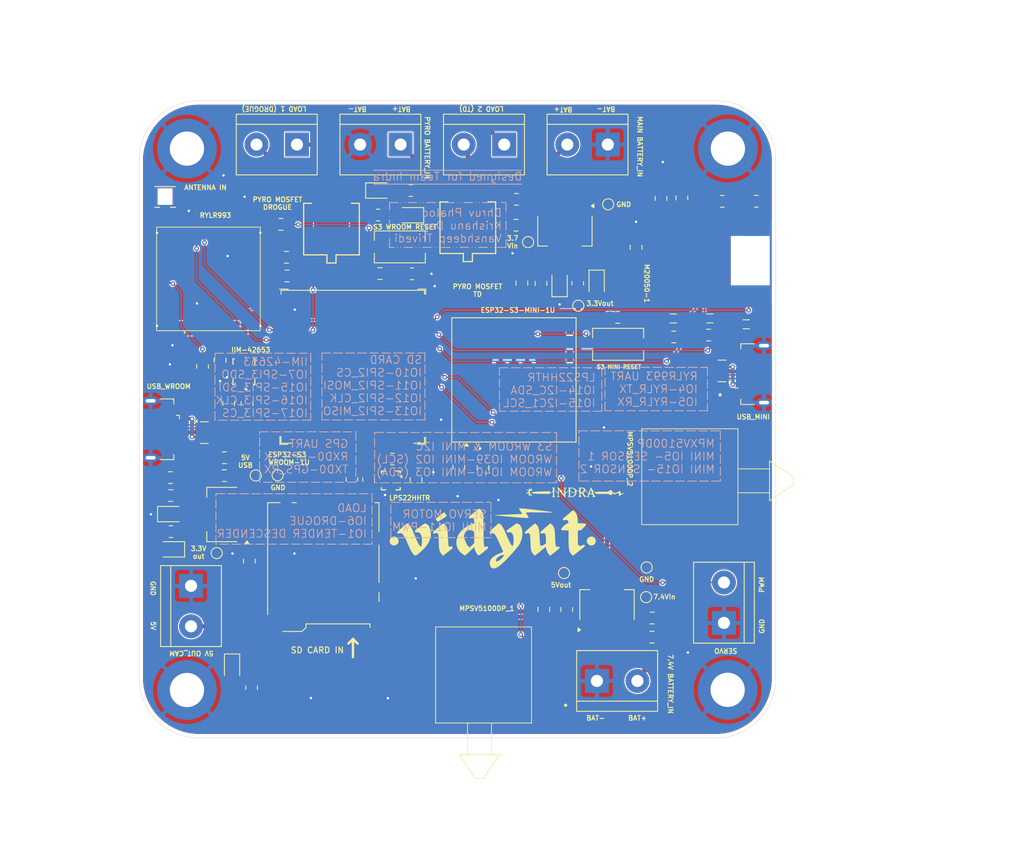
<source format=kicad_pcb>
(kicad_pcb (version 20240108) (generator "pcbnew") (generator_version "8.0")
  (layers (0 "F.Cu" signal) (1 "In1.Cu" power "GND") (2 "In2.Cu" power "PWR") (31 "B.Cu" signal) (34 "B.Paste" user) (35 "F.Paste" user) (36 "B.SilkS" user "B.Silkscreen") (37 "F.SilkS" user "F.Silkscreen") (38 "B.Mask" user) (39 "F.Mask" user) (44 "Edge.Cuts" user))
  (net 0 "")
  (net 1 "3.3V_OUT")
  (net 2 "GND")
  (net 3 "5V_USB")
  (net 4 "Net-(U6-RF_IN)")
  (net 5 "Net-(U6-ANT_OUT)")
  (net 6 "TX_GPS")
  (net 7 "RX_GPS")
  (net 8 "Net-(D1-A)")
  (net 9 "USB_D+")
  (net 10 "USB_D-")
  (net 15 "SD_CS")
  (net 16 "Net-(J2-DAT0)")
  (net 17 "SD_CLK")
  (net 18 "SD_MOSI")
  (net 19 "P_SDA")
  (net 20 "P_SCL")
  (net 27 "IMU_FSPICLK")
  (net 38 "SD_MISO")
  (net 45 "GPS_STDB")
  (net 48 "Net-(U6-RX)")
  (net 50 "Net-(U6-TX)")
  (net 54 "Net-(U6-AT2)")
  (net 55 "Net-(J3-Pin_1)")
  (net 56 "Net-(D3-A)")
  (net 57 "Net-(D3-K)")
  (net 58 "Net-(D4-K)")
  (net 59 "Net-(D4-A)")
  (net 60 "DRG")
  (net 61 "RYLR_TX")
  (net 62 "RYLR_RX")
  (net 73 "Net-(U9-PH3)")
  (net 74 "Antenna")
  (net 88 "Net-(D6-A)")
  (net 92 "5V_USB2")
  (net 93 "USB2_D-")
  (net 94 "USB2_D+")
  (net 128 "TD")
  (net 129 "3.7Vin")
  (net 130 "Net-(J4-Pin_2)")
  (net 131 "Net-(J5-Pin_2)")
  (net 134 "7.4Vin_Cam")
  (net 135 "5Vout_Cam")
  (net 136 "Net-(D2-A)")
  (net 148 "Servo_PWM")
  (net 149 "Net-(D5-A)")
  (net 150 "Net-(D7-A)")
  (net 151 "Pitot_1")
  (net 152 "Pitot_2")
  (net 153 "RST")
  (net 154 "RST_1")
  (net 155 "S3_COMMS_SDA")
  (net 156 "S3_COMMS_SCL")
  (net 157 "IMU_SDO")
  (net 158 "IMU_SDI")
  (net 159 "IMU_FSPICS")
  (net 160 "Net-(U6-AT1)")
  (footprint "Resistor_SMD:R_0805_2012Metric" (layer "F.Cu") (at 181.1375 49.125 180)
    (property "Reference" "R6" (hide yes))
    (property "Value" "0")
  )
  (footprint "Connector_USB:USB_Micro-B_GCT_USB3076-30-A" (layer "F.Cu") (at 180.9 70.825 90)
    (property "Reference" "J7" (hide yes))
    (property "Value" "USB_B_Micro")
  )
  (footprint "Resistor_SMD:R_0805_2012Metric" (layer "F.Cu") (at 158.725 59.425 -90)
    (property "Reference" "R12" (hide yes))
    (property "Value" "220")
  )
  (footprint "Capacitor_SMD:C_0805_2012Metric" (layer "F.Cu") (at 146.85 82.575 -90)
    (property "Reference" "C31" (hide yes))
    (property "Value" "22uF")
  )
  (footprint "Package_TO_SOT_SMD:SOT-223-3_TabPin2" (layer "F.Cu") (at 162.4 99.8 90)
    (property "Reference" "U8" (hide yes))
    (property "Value" "AMS1117-5.0")
  )
  (footprint "TestPoint:TestPoint_Pad_D1.0mm" (layer "F.Cu") (at 121.07 83.52)
    (property "Reference" "TP2" (hide yes))
    (property "Value" "TestPoint")
  )
  (footprint "Connector_Card:microSD_HC_Hirose_DM3BT-DSF-PEJS" (layer "F.Cu") (at 126.8 94.85)
    (property "Reference" "J2" (hide yes))
    (property "Value" "Micro_SD_Card")
  )
  (footprint "LED_SMD:LED_0805_2012Metric" (layer "F.Cu") (at 161.1 59.45 -90)
    (property "Reference" "D6" (hide yes))
    (property "Value" "LED")
  )
  (footprint "Capacitor_SMD:C_0805_2012Metric" (layer "F.Cu") (at 151.04 48.88 180)
    (property "Reference" "C24" (hide yes))
    (property "Value" "10uF")
  )
  (footprint "TestPoint:TestPoint_Pad_D1.0mm" (layer "F.Cu") (at 113.42 93.3)
    (property "Reference" "TP8" (hide yes))
    (property "Value" "TestPoint")
  )
  (footprint "Capacitor_SMD:C_0805_2012Metric" (layer "F.Cu") (at 107.6025 83.82 180)
    (property "Reference" "C5" (hide yes))
    (property "Value" "100nF")
  )
  (footprint "Subscale B:MPXV5100DP" (layer "F.Cu") (at 146.9 108.6)
    (property "Reference" "IC1" (hide yes))
    (property "Value" "MPXV5100DP" (hide yes))
  )
  (footprint "Resistor_SMD:R_0805_2012Metric" (layer "F.Cu") (at 111.65 69.86 90)
    (property "Reference" "R9" (hide yes))
    (property "Value" "10k")
  )
  (footprint "Subscale B:IIM-42652_TDK" (layer "F.Cu") (at 116.839999 70.5343 -90)
    (property "Reference" "U2" (hide yes))
    (property "Value" "IIM-42653")
  )
  (footprint "Capacitor_SMD:C_0805_2012Metric" (layer "F.Cu") (at 121.475 52.025)
    (property "Reference" "C23" (hide yes))
    (property "Value" "0.1uF")
  )
  (footprint "Diode_SMD:D_0805_2012Metric" (layer "F.Cu") (at 156.45 59.425 90)
    (property "Reference" "D7" (hide yes))
    (property "Value" "D")
  )
  (footprint "Capacitor_SMD:C_0805_2012Metric" (layer "F.Cu") (at 176.86 49.13 180)
    (property "Reference" "C13" (hide yes))
    (property "Value" "22pF")
  )
  (footprint "MountingHole:MountingHole_4.3mm_M4_DIN965_Pad" (layer "F.Cu") (at 177.569592 42.510408)
    (property "Reference" "H2" (hide yes))
    (property "Value" "MountingHole_Pad")
  )
  (footprint "TestPoint:TestPoint_Pad_D1.0mm" (layer "F.Cu") (at 152.5 54.25)
    (property "Reference" "TP14" (hide yes))
    (property "Value" "TestPoint")
  )
  (footprint "TerminalBlock:TerminalBlock_bornier-2_P5.08mm" (layer "F.Cu") (at 110.2 97.41 -90)
    (property "Reference" "J11" (hide yes))
    (property "Value" "Screw_Terminal_01x02")
  )
  (footprint "TestPoint:TestPoint_Pad_D1.0mm" (layer "F.Cu") (at 162.55 49.5)
    (property "Reference" "TP12" (hide yes))
    (property "Value" "TestPoint")
  )
  (footprint "Subscale B:MPXV5100DP" (layer "F.Cu") (at 172.7915 83.725 90)
    (property "Reference" "IC2" (hide yes))
    (property "Value" "MPXV5100DP" (hide yes))
  )
  (footprint "Capacitor_SMD:C_0805_2012Metric" (layer "F.Cu") (at 114.38 81.32 180)
    (property "Reference" "C3" (hide yes))
    (property "Value" "100nF")
  )
  (footprint "TerminalBlock:TerminalBlock_bornier-2_P5.08mm" (layer "F.Cu") (at 177.075 102.065 90)
    (property "Reference" "J8" (hide yes))
    (property "Value" "Screw_Terminal_01x02")
  )
  (footprint "Subscale B:ESP32-S3-WROOM-1U" (layer "F.Cu") (at 130.5 69.75)
    (property "Reference" "U5" (hide yes))
    (property "Value" "ESP32-S3-WROOM-1U-N16R8")
  )
  (footprint "LED_SMD:LED_0805_2012Metric" (layer "F.Cu") (at 137.7125 50.875 180)
    (property "Reference" "D4" (hide yes))
    (property "Value" "LED")
  )
  (footprint "Capacitor_SMD:C_0805_2012Metric" (layer "F.Cu") (at 171.8 48.7 90)
    (property "Reference" "C15" (hide yes))
    (property "Value" "2.2uF")
  )
  (footprint "Resistor_SMD:R_0805_2012Metric" (layer "F.Cu") (at 137.7825 47.775)
    (property "Reference" "R8" (hide yes))
    (property "Value" "220")
  )
  (footprint "Capacitor_SMD:C_0805_2012Metric" (layer "F.Cu") (at 157.35 100.375 -90)
    (property "Reference" "C21" (hide yes))
    (property "Value" "10uF")
  )
  (footprint "Resistor_SMD:R_0805_2012Metric" (layer "F.Cu") (at 107.6875 90.6 180)
    (property "Reference" "R2" (hide yes))
    (property "Value" "220")
  )
  (footprint "Resistor_SMD:R_0805_2012Metric" (layer "F.Cu") (at 117.8 110.2 -90)
    (property "Reference" "R7" (hide yes))
    (property "Value" "220")
  )
  (footprint "Package_DFN_QFN:Diodes_UDFN-10_1.0x2.5mm_P0.5mm" (layer "F.Cu") (at 111.8725 78.17)
    (property "Reference" "U3" (hide yes))
    (property "Value" "D3V3XA4B10LP")
  )
  (footprint "Resistor_SMD:R_0805_2012Metric" (layer "F.Cu") (at 130.4 84.05 -90)
    (property "Reference" "R1" (hide yes))
    (property "Value" "22")
  )
  (footprint "Capacitor_SMD:C_0805_2012Metric" (layer "F.Cu") (at 143.8 82.525 -90)
    (property "Reference" "C32" (hide yes))
    (property "Value" "0.1uF")
  )
  (footprint "Capacitor_SMD:C_0805_2012Metric" (layer "F.Cu") (at 117.23 74.52 -90)
    (property "Reference" "C8" (hide yes))
    (property "Value" "2.2uF")
  )
  (footprint "Capacitor_SMD:C_0805_2012Metric" (layer "F.Cu") (at 154.475 100.35 90)
    (property "Reference" "C22" (hide yes))
    (property "Value" "100nF")
  )
  (footprint "MountingHole:MountingHole_4.3mm_M4_DIN965_Pad" (layer "F.Cu") (at 177.539592 110.464592)
    (property "Reference" "H4" (hide yes))
    (property "Value" "MountingHole_Pad")
  )
  (footprint "Capacitor_SMD:C_0805_2012Metric" (layer "F.Cu") (at 117.525 94.3 -90)
    (property "Reference" "C1" (hide yes))
    (property "Value" "100nF")
  )
  (footprint "TerminalBlock:TerminalBlock_bornier-2_P5.08mm" (layer "F.Cu") (at 162.5 42 180)
    (property "Reference" "J6" (hide yes))
    (property "Value" "Screw_Terminal_01x02")
  )
  (footprint "Resistor_SMD:R_0805_2012Metric" (layer "F.Cu") (at 135.4675 81.49)
    (property "Reference" "R5" (hide yes))
    (property "Value" "4.7k")
  )
  (footprint "Resistor_SMD:R_0805_2012Metric" (layer "F.Cu") (at 137.9125 58.225 180)
    (property "Reference" "R3" (hide yes))
    (property "Value" "10k")
  )
  (footprint "TestPoint:TestPoint_Pad_D1.0mm" (layer "F.Cu") (at 167.31 98.83)
    (property "Reference" "TP16" (hide yes))
    (property "Value" "TestPoint")
  )
  (footprint "Subscale B:IRLR7843TRPBF" (layer "F.Cu") (at 144.936 52.4384)
    (property "Reference" "U10" (hide yes))
    (property "Value" "IRLR7843TRPBF")
  )
  (footprint "TestPoint:TestPoint_Pad_D1.0mm" (layer "F.Cu") (at 158.8 62.24)
    (property "Reference" "TP3" (hide yes))
    (property "Value" "TestPoint")
  )
  (footprint "Capacitor_SMD:C_0805_2012Metric" (layer "F.Cu") (at 169.175 48.75 90)
    (property "Reference" "C14" (hide yes))
    (property "Value" "22pF")
  )
  (footprint "Capacitor_SMD:C_0805_2012Metric" (layer "F.Cu") (at 168.075 101.45)
    (property "Reference" "C20" (hide yes))
    (property "Value" "100nF")
  )
  (footprint "Capacitor_SMD:C_0805_2012Metric" (layer "F.Cu") (at 122.25 58.5 180)
    (property "Reference" "C10" (hide yes))
    (property "Value" "0.1uF")
  )
  (footprint "Capacitor_SMD:C_0805_2012Metric" (layer "F.Cu") (at 170.79 66.16 180)
    (property "Reference" "C17" (hide yes))
    (property "Value" "22pF")
  )
  (footprint "Package_DFN_QFN:Diodes_UDFN-10_1.0x2.5mm_P0.5mm" (layer "F.Cu") (at 176.8375 70.425 180)
    (property "Reference" "U13" (hide yes))
    (property "Value" "D3V3XA4B10LP")
  )
  (footprint "Subscale B:M20050 GPS" (layer "F.Cu") (at 175.94 56.64 -90)
    (property "Reference" "U6" (hide yes))
    (property "Value" "~")
  )
  (footprint "Button_Switch_SMD:SW_Tactile_SPST_NO_Straight_CK_PTS636Sx25SMTRLFS" (layer "F.Cu") (at 136.4 54.85 180)
    (property "Reference" "SW1" (hide yes))
    (property "Value" "SW_Push")
  )
  (footprint "LED_SMD:LED_0805_2012Metric" (layer "F.Cu") (at 107.7125 92.825 180)
    (property "Reference" "D1" (hide yes))
    (property "Value" "LED")
  )
  (footprint "Inductor_SMD:L_0805_2012Metric" (layer "F.Cu") (at 170.7175 63.84 180)
    (property "Reference" "L2" (hide yes))
    (property "Value" "47nH")
  )
  (footprint "Subscale B:RYLR993 Antenna connector" (layer "F.Cu") (at 106.95 48.575)
    (property "Reference" "J10" (hide yes))
    (property "Value" "U.FL-R-SMT-1_10_")
  )
  (footprint "Capacitor_SMD:C_0805_2012Metric" (layer "F.Cu") (at 138.44 84.08 90)
    (property "Reference" "C11" (hide yes))
    (property "Value" "100nF")
  )
  (footprint "RF_Module:ESP32-S2-MINI-1U" (layer "F.Cu") (at 150.72 71.55 90)
    (property "Reference" "U15" (hide yes))
    (property "Value" "ESP32-S3-MINI-1U")
  )
  (footprint "Package_TO_SOT_SMD:SOT-223-3_TabPin2" (layer "F.Cu") (at 157.1175 52.835 -90)
    (property "Reference" "U12" (hide yes))
    (property "Value" "AMS1117-3.3")
  )
  (footprint "TestPoint:TestPoint_Pad_D1.0mm" (layer "F.Cu") (at 118.32 83.55)
    (property "Reference" "TP1" (hide yes))
    (property "Value" "TestPoint")
  )
  (footprint "Capacitor_SMD:C_0805_2012Metric" (layer "F.Cu") (at 122.175 56.15 180)
    (property "Reference" "C9" (hide yes))
    (property "Value" "22uF")
  )
  (footprint "Connector_USB:USB_Micro-B_GCT_USB3076-30-A" (layer "F.Cu") (at 106.33 77.75 -90)
    (property "Reference" "J1" (hide yes))
    (property "Value" "USB_B_Micro")
  )
  (footprint "Subscale B:IRLR7843TRPBF" (layer "F.Cu") (at 127.825 52.6134)
    (property "Reference" "U7" (hide yes))
    (property "Value" "IRLR7843TRPBF")
  )
  (footprint "Subscale B:indra" (layer "F.Cu") (at 158.175 85.625)
    (property "Reference" "G***" (hide yes))
    (property "Value" "LOGO" (hide yes))
  )
  (footprint "Capacitor_SMD:C_0805_2012Metric" (layer "F.Cu") (at 107.6525 86.07 180)
    (property "Reference" "C4" (hide yes))
    (property "Value" "10uF")
  )
  (footprint "Package_TO_SOT_SMD:SOT-223-3_TabPin2" (layer "F.Cu") (at 114.09 88.4525 180)
    (property "Reference" "U1" (hide yes))
    (property "Value" "AMS1117-3.3")
  )
  (footprint "Button_Switch_SMD:SW_Tactile_SPST_NO_Straight_CK_PTS636Sx25SMTRLFS" (layer "F.Cu") (at 163.8 67.075 180)
    (property "Reference" "SW2" (hide yes))
    (property "Value" "SW_Push")
  )
  (footprint "Capacitor_SMD:C_0805_2012Metric" (layer "F.Cu") (at 133.925 58.2)
    (property "Reference" "C12" (hide yes))
    (property "Value" "1uF")
  )
  (footprint "MountingHole:MountingHole_4.3mm_M4_DIN965_Pad" (layer "F.Cu") (at 109.690408 42.510408)
    (property "Reference" "H1" (hide yes))
    (property "Value" "MountingHole_Pad")
  )
  (footprint "Diode_SMD:D_0805_2012Metric" (layer "F.Cu") (at 107.6875 88.4)
    (property "Reference" "D5" (hide yes))
    (property "Value" "D")
  )
  (footprint "LED_SMD:LED_0805_2012Metric" (layer "F.Cu") (at 133.8 47.775)
    (property "Reference" "D3" (hide yes))
    (property "Value" "LED")
  )
  (footprint "Capacitor_SMD:C_0805_2012Metric" (layer "F.Cu") (at 166.05 54.9 -90)
    (property "Reference" "C16" (hide yes))
    (property "Value" "22pF")
  )
  (footprint "Subscale B:LPS22HHTR_3" (layer "F.Cu") (at 135.270063 84.1726 -90)
    (property "Reference" "U4" (hide yes))
    (property "Value" "~")
  )
  (footprint "Capacitor_SMD:C_0805_2012Metric" (layer "F.Cu") (at 154.115 59.43 -90)
    (property "Reference" "C30" (hide yes))
    (property "Value" "100nF")
  )
  (footprint "LED_SMD:LED_0805_2012Metric" (layer "F.Cu") (at 115.35 107.65 -90)
    (property "Reference" "D2" (hide yes))
    (property "Value" "LED")
  )
  (footprint "MountingHole:MountingHole_4.3mm_M4_DIN965_Pad" (layer "F.Cu") (at 109.690408 110.489592)
    (property "Reference" "H3" (hide yes))
    (property "Value" "MountingHole_Pad")
  )
  (footprint "Capacitor_SMD:C_0805_2012Metric" (layer "F.Cu") (at 151.72 59.3975 -90)
    (property "Reference" "C28" (hide yes))
    (property "Value" "10uF")
  )
  (footprint "Capacitor_SMD:C_0805_2012Metric" (layer "F.Cu") (at 163.75 63.7 180)
    (property "Reference" "C25" (hide yes))
    (property "Value" "0.1uF")
  )
  (footprint "TestPoint:TestPoint_Pad_D1.0mm" (layer "F.Cu") (at 157.01 95.8)
    (property "Reference" "TP18" (hide yes))
    (property "Value" "TestPoint")
  )
  (footprint "Capacitor_SMD:C_0805_2012Metric" (layer "F.Cu") (at 150.98 52.13 180)
    (property "Reference" "C26" (hide yes))
    (property "Value" "100nF")
  )
  (footprint "Capacitor_SMD:C_0805_2012Metric" (layer "F.Cu") (at 175.15 65.92)
    (property "Reference" "C18" (hide yes))
    (property "Value" "22pF")
  )
  (footprint "Capacitor_SMD:C_0805_2012Metric" (layer "F.Cu") (at 114.92 74.51 -90)
    (property "Reference" "C6" (hide yes))
    (property "Value" "0.1uF")
  )
  (footprint "Subscale B:RYLR993" (layer "F.Cu") (at 112.39 58.87)
    (property "Reference" "U9" (hide yes))
    (property "Value" "RYLR993" (hide yes))
  )
  (footprint "Capacitor_SMD:C_0805_2012Metric" (layer "F.Cu") (at 114.38 83.57 180)
    (property "Reference" "C2" (hide yes))
    (property "Value" "10uF")
  )
  (footprint "TerminalBlock:TerminalBlock_bornier-2_P5.08mm" (layer "F.Cu") (at 123.5 42 180)
    (property "Reference" "J4" (hide yes))
    (property "Value" "Screw_Terminal_01x02")
  )
  (footprint "TerminalBlock:TerminalBlock_bornier-2_P5.08mm" (layer "F.Cu") (at 136.5 42 180)
    (property "Reference" "J3" (hide yes))
    (property "Value" "Screw_Terminal_01x02")
  )
  (footprint "Inductor_SMD:L_0805_2012Metric" (layer "F.Cu") (at 179.8675 64.57 180)
    (property "Reference" "L1" (hide yes))
    (property "Value" "1.8nH")
  )
  (footprint "TestPoint:TestPoint_Pad_D1.0mm" (layer "F.Cu") (at 167.375 95.1)
    (property "Reference" "TP17" (hide yes))
    (property "Value" "TestPoint")
  )
  (footprint "Resistor_SMD:R_0805_2012Metric" (layer "F.Cu") (at 133.675 50.85 180)
    (property "Reference" "R10" (hide yes))
    (property "Value" "220")
  )
  (footprint "Subscale B:vidyut" (layer "F.Cu") (at 147.85 93.675)
    (property "Reference" "G***" (hide yes))
    (property "Value" "LOGO" (hide yes))
  )
  (footprint "TerminalBlock:TerminalBlock_bornier-2_P5.08mm" (layer "F.Cu") (at 161.135 109.35)
    (property "Reference" "J9" (hide yes))
    (property "Value" "Screw_Terminal_01x02")
  )
  (footprint "Capacitor_SMD:C_0805_2012Metric" (layer "F.Cu") (at 168.05 103.85)
    (property "Reference" "C19" (hide yes))
    (property "Value" "10uF")
  )
  (footprint "TerminalBlock:TerminalBlock_bornier-2_P5.08mm" (layer "F.Cu") (at 149.5 42 180)
    (property "Reference" "J5" (hide yes))
    (property "Value" "Screw_Terminal_01x02")
  )
  (footprint "Capacitor_SMD:C_0805_2012Metric" (layer "F.Cu") (at 113.84 69.075 -90)
    (property "Reference" "C7" (hide yes))
    (property "Value" "10nF")
  )
  (footprint "Inductor_SMD:L_0805_2012Metric" (layer "F.Cu") (at 175.31 63.83)
    (property "Reference" "L3" (hide yes))
    (property "Value" "47nH")
  )
  (footprint "Resistor_SMD:R_0805_2012Metric" (layer "F.Cu") (at 132.49 84.08 90)
    (property "Reference" "R4" (hide yes))
    (property "Value" "4.7k")
  )
  (gr_rect (start 158.875 77.95) (end 176.625 84.25) (stroke (width 0.1) (type dash)) (fill none) (layer "B.SilkS"))
  (gr_rect (start 113.325 85.85) (end 132.925 92.175) (stroke (width 0.1) (type dash)) (fill none) (layer "B.SilkS"))
  (gr_rect (start 113.2 68.2) (end 125.225 76.6) (stroke (width 0.1) (type dash)) (fill none) (layer "B.SilkS"))
  (gr_rect (start 162.15 69.975) (end 175 75.425) (stroke (width 0.1) (type dash)) (fill none) (layer "B.SilkS"))
  (gr_rect (start 126.625 68.175) (end 139.55 76.575) (stroke (width 0.1) (type dash)) (fill none) (layer "B.SilkS"))
  (gr_line (start 133.1 45.225) (end 151.675 45.225) (stroke (width 0.1)) (layer "B.SilkS"))
  (gr_rect (start 118.8125 78.075) (end 130.8875 84.4) (stroke (width 0.1) (type dash)) (fill none) (layer "B.SilkS"))
  (gr_rect (start 148.9 70.025) (end 161.75 75.475) (stroke (width 0.1) (type dash)) (fill none) (layer "B.SilkS"))
  (gr_rect (start 133.2375 78.15) (end 156.0625 84.475) (stroke (width 0.1) (type dash)) (fill none) (layer "B.SilkS"))
  (gr_line (start 133.1 46.975) (end 151.675 46.975) (stroke (width 0.1)) (layer "B.SilkS"))
  (gr_rect (start 135.1 49.2875) (end 149.725 54.9125) (stroke (width 0.1) (type dash_dot_dot)) (fill none) (layer "B.SilkS"))
  (gr_rect (start 135.275 86.925) (end 147.85 91.35) (stroke (width 0.1) (type dash)) (fill none) (layer "B.SilkS"))
  (gr_line (start 183.58 44) (end 183.58 109) (stroke (width 0.05)) (layer "Edge.Cuts"))
  (gr_arc (start 176.08 36.5) (mid 181.383301 38.696699) (end 183.58 44) (stroke (width 0.05)) (layer "Edge.Cuts"))
  (gr_arc (start 183.58 109) (mid 181.383301 114.303301) (end 176.08 116.5) (stroke (width 0.05)) (layer "Edge.Cuts"))
  (gr_arc (start 103.68 44) (mid 105.876699 38.696699) (end 111.18 36.5) (stroke (width 0.05)) (layer "Edge.Cuts"))
  (gr_line (start 176.08 116.5) (end 111.18 116.5) (stroke (width 0.05)) (layer "Edge.Cuts"))
  (gr_arc (start 111.18 116.5) (mid 105.876699 114.303301) (end 103.68 109) (stroke (width 0.05)) (layer "Edge.Cuts"))
  (gr_line (start 111.18 36.5) (end 176.08 36.5) (stroke (width 0.05)) (layer "Edge.Cuts"))
  (gr_line (start 103.68 109) (end 103.68 44) (stroke (width 0.05)) (layer "Edge.Cuts"))
  (gr_text "LPS22HHTR\nIO14-I2C_SDA\nIO15-I2C1_SCL\n" (at 161.025 75.05 0) (layer "B.SilkS") (effects (font (size 1 1) (thickness 0.1)) (justify left bottom mirror)))
  (gr_text "MPXV5100DP\nMINI IO5- SENSOR 1\nMINI IO15- SENSOR 2" (at 176 83.35 0) (layer "B.SilkS") (effects (font (size 1 1) (thickness 0.1)) (justify left bottom mirror)))
  (gr_text "RYLR993 UART\nIO4-RYLR_TX\nIO5-RYLR_RX" (at 173.85 74.9 0) (layer "B.SilkS") (effects (font (size 1 1) (thickness 0.1)) (justify left bottom mirror)))
  (gr_text "GPS UART\nRXD0-GPS_TX\nTXD0-GPS_RX" (at 130 83.375 0) (layer "B.SilkS") (effects (font (size 1 1) (thickness 0.1)) (justify left bottom mirror)))
  (gr_text "SERVO MOTOR\nMINI IO11-PWM" (at 147.35 90.6 0) (layer "B.SilkS") (effects (font (size 1 1) (thickness 0.1)) (justify left bottom mirror)))
  (gr_text "Dhruv Phalod\nKrishanu Dey\nVanshdeep Trivedi" (at 149.275 54.3625 0) (layer "B.SilkS") (effects (font (size 1 1) (thickness 0.1)) (justify left bottom mirror)))
  (gr_text "IIM-42653\nIO7-SPI3_SDO\nIO15-SPI3_SDI\nIO16-SPI3_CLK\nIO17-SPI3_CS" (at 124.925 76.3 0) (layer "B.SilkS") (effects (font (size 1 1) (thickness 0.1)) (justify left bottom mirror)))
  (gr_text "Designed for Team Indra" (at 151.825 46.6 0) (layer "B.SilkS") (effects (font (size 1 1) (thickness 0.1)) (justify left bottom mirror)))
  (gr_text "LOAD\nIO6-DROGUE\nIO1-TENDER DESCENDER" (at 132.325 91.45 0) (layer "B.SilkS") (effects (font (size 1 1) (thickness 0.1)) (justify left bottom mirror)))
  (gr_text "S3 WROOM & MINI I2C\nWROOM IO39-MINI IO2 (SCL)\nWROOM IO40-MINI IO3 (SDA)" (at 155.6 83.725 0) (layer "B.SilkS") (effects (font (size 1 1) (thickness 0.1)) (justify left bottom mirror)))
  (gr_text "SD CARD\nIO10-SPI2_CS\nIO11-SPI2_MOSI\nIO12-SPI2_CLK\nIO13-SPI2_MISO" (at 139.25 76.05 0) (layer "B.SilkS") (effects (font (size 1 1) (thickness 0.1)) (justify left bottom mirror)))
  (gr_text "GND\n" (at 167.375 96.95 0) (layer "F.SilkS") (effects (font (size 0.6 0.6) (thickness 0.125) (bold yes)) (justify bottom)))
  (gr_text "7.4V BATTERY_IN" (at 170.02 109.73 270) (layer "F.SilkS") (effects (font (size 0.6 0.6) (thickness 0.125) (bold yes)) (justify bottom)))
  (gr_text "USB_WROOM" (at 104.57 72.72 0) (layer "F.SilkS") (effects (font (size 0.6 0.6) (thickness 0.125) (bold yes)) (justify left bottom)))
  (gr_text "IIM-42653" (at 115.19 68.13 0) (layer "F.SilkS") (effects (font (size 0.6 0.6) (thickness 0.125) (bold yes)) (justify left bottom)))
  (gr_text "M20050-1\n" (at 167.05 56.93 270) (layer "F.SilkS") (effects (font (size 0.6 0.6) (thickness 0.125) (bold yes)) (justify left bottom)))
  (gr_text "LOAD 2 (TD)\n" (at 146.64 37.16 180) (layer "F.SilkS") (effects (font (size 0.6 0.6) (thickness 0.125) (bold yes)) (justify bottom)))
  (gr_text "GND\n" (at 105.075 97.725 -90) (layer "F.SilkS") (effects (font (size 0.6 0.6) (thickness 0.125) (bold yes)) (justify bottom)))
  (gr_text "7.4Vin" (at 169.6 99.15 0) (layer "F.SilkS") (effects (font (size 0.6 0.6) (thickness 0.125) (bold yes)) (justify bottom)))
  (gr_text "PYRO BATTERY_IN" (at 139.49 42.41 270) (layer "F.SilkS") (effects (font (size 0.6 0.6) (thickness 0.125) (bold yes)) (justify bottom)))
  (gr_text "SERVO\n" (at 177.3 105.21 180) (layer "F.SilkS") (effects (font (size 0.6 0.6) (thickness 0.125) (bold yes)) (justify bottom)))
  (gr_text "S3 MINI RESET" (at 161.05 70.21 0) (layer "F.SilkS") (effects (font (size 0.5 0.5) (thickness 0.125) (bold yes)) (justify left bottom)))
  (gr_text "3.3Vout" (at 161.525 62.3 0) (layer "F.SilkS") (effects (font (size 0.6 0.6) (thickness 0.125) (bold yes)) (justify bottom)))
  (gr_text "5Vout" (at 156.625 97.65 0) (layer "F.SilkS") (effects (font (size 0.6 0.6) (thickness 0.125) (bold yes)) (justify bottom)))
  (gr_text "MPSV5100DP_1" (at 143.8 100.6 0) (layer "F.SilkS") (effects (font (size 0.6 0.6) (thickness 0.125) (bold yes)) (justify left bottom)))
  (gr_text "PWM" (at 182.17 97.27 90) (layer "F.SilkS") (effects (font (size 0.6 0.6) (thickness 0.125) (bold yes)) (justify bottom)))
  (gr_text "BAT+" (at 136.6 37.19 180) (layer "F.SilkS") (effects (font (size 0.6 0.6) (thickness 0.125) (bold yes)) (justify bottom)))
  (gr_text "MPSV5100DP_2\n" (at 164.925 77.95 270) (layer "F.SilkS") (effects (font (size 0.6 0.6) (thickness 0.125) (bold yes)) (justify left bottom)))
  (gr_text "3.7\nVin" (at 150.55 55.075 0) (layer "F.SilkS") (effects (font (size 0.6 0.6) (thickness 0.125) (bold yes)) (justify bottom)))
  (gr_text "RYLR993" (at 111.23 51.24 0) (layer "F.SilkS") (effects (font (size 0.6 0.6) (thickness 0.125) (bold yes)) (justify left bottom)))
  (gr_text "GND\n" (at 121.125 85.425 0) (layer "F.SilkS") (effects (font (size 0.6 0.6) (thickness 0.125) (bold yes)) (justify bottom)))
  (gr_text "5V" (at 105.1 102.425 -90) (layer "F.SilkS") (effects (font (size 0.6 0.6) (thickness 0.125) (bold yes)) (justify bottom)))
  (gr_text "BAT+" (at 156.89 37.25 180) (layer "F.SilkS") (effects (font (size 0.6 0.6) (thickness 0.125) (bold yes)) (justify bottom)))
  (gr_text "USB_MINI" (at 178.6 76.55 0) (layer "F.SilkS") (effects (font (size 0.6 0.6) (thickness 0.125) (bold yes)) (justify left bottom)))
  (gr_text "LOAD 1 (DROGUE)" (at 120.62 37.16 180) (layer "F.SilkS") (effects (font (size 0.6 0.6) (thickness 0.125) (bold yes)) (justify bottom)))
  (gr_text "S3 WROOM RESET" (at 132.975 52.7 0) (layer "F.SilkS") (effects (font (size 0.6 0.6) (thickness 0.125) (bold yes)) (justify left bottom)))
  (gr_text "GND\n" (at 164.5 49.875 0) (layer "F.SilkS") (effects (font (size 0.6 0.6) (thickness 0.125) (bold yes)) (justify bottom)))
  (gr_text "LPS22HHTR\n" (at 135 86.72 0) (layer "F.SilkS") (effects (font (size 0.6 0.6) (thickness 0.125) (bold yes)) (justify left bottom)))
  (gr_text "ANTENNA IN" (at 109.29 47.74 0) (layer "F.SilkS") (effects (font (size 0.6 0.6) (thickness 0.125) (bold yes)) (justify left bottom)))
  (gr_text "5V OUT_CAM" (at 110.25 105.525 180) (layer "F.SilkS") (effects (font (size 0.6 0.6) (thickness 0.125) (bold yes)) (justify bottom)))
  (gr_text "PYRO MOSFET\nTD" (at 146.15 61.15 0) (layer "F.SilkS") (effects (font (size 0.6 0.6) (thickness 0.125) (bold yes)) (justify bottom)))
  (gr_text "MAIN BATTERY_IN" (at 166.17 42.26 270) (layer "F.SilkS") (effects (font (size 0.6 0.6) (thickness 0.125) (bold yes)) (justify bottom)))
  (gr_text "SD CARD IN " (at 122.65 105.92 0) (layer "F.SilkS") (effects (font (size 0.75 0.75) (thickness 0.125) (bold yes)) (justify left bottom)))
  (gr_text "BAT+" (at 166.23 114.36 0) (layer "F.SilkS") (effects (font (size 0.6 0.6) (thickness 0.125) (bold yes)) (justify bottom)))
  (gr_text "ESP32-S3\nWROOM-1U" (at 119.825 82.25 0) (layer "F.SilkS") (effects (font (size 0.6 0.6) (thickness 0.125) (bold yes)) (justify left bottom)))
  (gr_text "↑" (at 128.47 106.75 0) (layer "F.SilkS") (effects (font (size 3 3) (thickness 0.3) (bold yes)) (justify left bottom)))
  (gr_text "BAT-" (at 160.98 114.36 0) (layer "F.SilkS") (effects (font (size 0.6 0.6) (thickness 0.125) (bold yes)) (justify bottom)))
  (gr_text "PYRO MOSFET\nDROGUE" (at 121.05 50.225 0) (layer "F.SilkS") (effects (font (size 0.6 0.6) (thickness 0.125) (bold yes)) (justify bottom)))
  (gr_text "BAT-" (at 162.28 37.19 180) (layer "F.SilkS") (effects (font (size 0.6 0.6) (thickness 0.125) (bold yes)) (justify bottom)))
  (gr_text "BAT-" (at 131.07 37.19 180) (layer "F.SilkS") (effects (font (size 0.6 0.6) (thickness 0.125) (bold yes)) (justify bottom)))
  (gr_text "GND\n" (at 182.2 102.49 90) (layer "F.SilkS") (effects (font (size 0.6 0.6) (thickness 0.125) (bold yes)) (justify bottom)))
  (gr_text "5V\nUSB" (at 117.025 82.625 0) (layer "F.SilkS") (effects (font (size 0.6 0.6) (thickness 0.125) (bold yes)) (justify bottom)))
  (gr_text "3.3V\nout" (at 111.15 94.05 0) (layer "F.SilkS") (effects (font (size 0.6 0.6) (thickness 0.125) (bold yes)) (justify bottom)))
  (gr_text "ESP32-S3-MINI-1U" (at 146.475 63.15 0) (layer "F.SilkS") (effects (font (size 0.6 0.6) (thickness 0.125) (bold yes)) (justify left bottom)))
  (segment (start 123.2 62.7) (end 123.2 58.5) (width 0.5) (layer "F.Cu") (net 1))
  (segment (start 135.770189 83.3852) (end 136.057463 83.672474) (width 0.3) (layer "F.Cu") (net 1))
  (segment (start 116.089998 71.92) (end 115.35 71.92) (width 0.3) (layer "F.Cu") (net 1))
  (segment (start 115.704299 70.034301) (end 113.849301 70.034301) (width 0.3) (layer "F.Cu") (net 1))
  (segment (start 113.47 93.35) (end 113.42 93.3) (width 0.5) (layer "F.Cu") (net 1))
  (segment (start 140.62 83.14) (end 140.61 83.13) (width 0.2) (layer "F.Cu") (net 1))
  (segment (start 166.05 51.7) (end 166.05 53.95) (width 0.5) (layer "F.Cu") (net 1))
  (segment (start 133.675 86) (end 132.6675 84.9925) (width 0.5) (layer "F.Cu") (net 1))
  (segment (start 174.24 49.68) (end 169.84 49.68) (width 0.5) (layer "F.Cu") (net 1))
  (segment (start 113.84 70.025) (end 113.84 71.69) (width 0.3) (layer "F.Cu") (net 1))
  (segment (start 167.04 49.67) (end 167.26 49.67) (width 0.5) (layer "F.Cu") (net 1))
  (segment (start 166.05 51.7) (end 166.02 51.73) (width 0.2) (layer "F.Cu") (net 1))
  (segment (start 136.599937 83.13) (end 136.057463 83.672474) (width 0.3) (layer "F.Cu") (net 1))
  (segment (start 166.05 51.7) (end 168.825 51.7) (width 0.5) (layer "F.Cu") (net 1))
  (segment (start 146.85 81.625) (end 146.85 80.55) (width 0.5) (layer "F.Cu") (net 1))
  (segment (start 140.61 83.13) (end 138.44 83.13) (width 0.5) (layer "F.Cu") (net 1))
  (segment (start 174.64004 50.08004) (end 174.24 49.68) (width 0.5) (layer "F.Cu") (net 1))
  (segment (start 146.85 80.55) (end 146.475 80.175) (width 0.5) (layer "F.Cu") (net 1))
  (segment (start 113.84 71.69) (end 113.85 71.7) (width 0.2) (layer "F.Cu") (net 1))
  (segment (start 138.44 83.13) (end 136.599937 83.13) (width 0.5) (layer "F.Cu") (net 1))
  (segment (start 124.025 93.35) (end 127.325 90.05) (width 0.5) (layer "F.Cu") (net 1))
  (segment (start 132.6675 84.9925) (end 132.49 84.9925) (width 0.5) (layer "F.Cu") (net 1))
  (segment (start 123.2 58.5) (end 123.2 56.225) (width 0.5) (layer "F.Cu") (net 1))
  (segment (start 107.89 65.07) (end 110.89 65.07) (width 0.5) (layer "F.Cu") (net 1))
  (segment (start 127.325 90.05) (end 127.325 87.225) (width 0.5) (layer "F.Cu") (net 1))
  (segment (start 123.225 62.725) (end 123.2 62.7) (width 0.2) (layer "F.Cu") (net 1))
  (segment (start 138.44 81.915) (end 138.015 81.49) (width 0.5) (layer "F.Cu") (net 1))
  (segment (start 115.35 71.92) (end 114.92 72.35) (width 0.3) (layer "F.Cu") (net 1))
  (segment (start 114.92 72.35) (end 114.92 73.56) (width 0.3) (layer "F.Cu") (net 1))
  (segment (start 107.89 67.185) (end 107.89 65.07) (width 0.5) (layer "F.Cu") (net 1))
  (segment (start 146.85 81.625) (end 143.85 81.625) (width 0.5) (layer "F.Cu") (net 1))
  (segment (start 167.04 49.67) (end 166.04 50.67) (width 0.5) (layer "F.Cu") (net 1))
  (segment (start 146.47 80.17) (end 146.475 80.175) (width 0.2) (layer "F.Cu") (net 1))
  (segment (start 124.025 93.35) (end 123.175 93.35) (width 0.5) (layer "F.Cu") (net 1))
  (segment (start 156.615 62.24) (end 156.45 62.075) (width 0.5) (layer "F.Cu") (net 1))
  (segment (start 115.4 93.35) (end 113.47 93.35) (width 0.5) (layer "F.Cu") (net 1))
  (segment (start 168.825 51.7) (end 169.54002 52.41502) (width 0.5) (layer "F.Cu") (net 1))
  (segment (start 146.47 78.55) (end 146.47 80.17) (width 0.5) (layer "F.Cu") (net 1))
  (segment (start 169.54002 52.41502) (end 169.54002 53.87602) (width 0.5) (layer "F.Cu") (net 1))
  (segment (start 138.44 83.13) (end 138.44 81.915) (width 0.5) (layer "F.Cu") (net 1))
  (segment (start 114.92 73.56) (end 117.22 73.56) (width 0.3) (layer "F.Cu") (net 1))
  (segment (start 167.26 49.67) (end 167.27 49.68) (width 0.5) (layer "F.Cu") (net 1))
  (segment (start 113.85 71.7) (end 113.85 72.49) (width 0.3) (layer "F.Cu") (net 1))
  (segment (start 166.04 51.71) (end 166.05 51.7) (width 0.2) (layer "F.Cu") (net 1))
  (segment (start 117.525 93.35) (end 123.175 93.35) (width 0.5) (layer "F.Cu") (net 1))
  (segment (start 113.849301 70.034301) (end 113.84 70.025) (width 0.2) (layer "F.Cu") (net 1))
  (segment (start 105.2 88.4) (end 105.175 88.425) (width 0.5) (layer "F.Cu") (net 1))
  (segment (start 106.75 88.4) (end 105.2 88.4) (width 0.5) (layer "F.Cu") (net 1))
  (segment (start 140.375 58.225) (end 138.825 58.225) (width 0.5) (layer "F.Cu") (net 1))
  (segment (start 156.45 60.3625) (end 156.45 62.075) (width 0.5) (layer "F.Cu") (net 1))
  (segment (start 158.8 62.24) (end 156.615 62.24) (width 0.5) (layer "F.Cu") (net 1))
  (segment (start 117.22 73.56) (end 117.23 73.57) (width 0.5) (layer "F.Cu") (net 1))
  (segment (start 166.04 50.67) (end 166.04 51.62) (width 0.5) (layer "F.Cu") (net 1))
  (segment (start 167.27 49.68) (end 169.84 49.68) (width 0.5) (layer "F.Cu") (net 1))
  (segment (start 135.520126 83.3852) (end 135.770189 83.3852) (width 0.3) (layer "F.Cu") (net 1))
  (segment (start 113.85 72.49) (end 114.92 73.56) (width 0.3) (layer "F.Cu") (net 1))
  (segment (start 138.015 81.49) (end 136.38 81.49) (width 0.5) (layer "F.Cu") (net 1))
  (segment (start 134.55 86) (end 133.675 86) (width 0.5) (layer "F.Cu") (net 1))
  (segment (start 107.875 67.2) (end 107.89 67.185) (width 0.2) (layer "F.Cu") (net 1))
  (segment (start 174.64004 52.32199) (end 174.64004 50.08004) (width 0.5) (layer "F.Cu") (net 1))
  (segment (start 123.225 62.725) (end 121.785 62.725) (width 0.5) (layer "F.Cu") (net 1))
  (via blind (at 140.375 58.225) (size 0.6) (drill 0.3) (layers "F.Cu" "In2.Cu") (net 1))
  (via blind (at 156.45 62.075) (size 0.6) (drill 0.3) (layers "F.Cu" "In2.Cu") (net 1))
  (via blind (at 140.62 83.14) (size 0.6) (drill 0.3) (layers "F.Cu" "In2.Cu") (net 1))
  (via blind (at 107.875 67.2) (size 0.6) (drill 0.3) (layers "F.Cu" "In2.Cu") (net 1))
  (via blind (at 166.05 51.7) (size 0.6) (drill 0.3) (layers "F.Cu" "In2.Cu") (net 1))
  (via blind (at 123.225 62.725) (size 0.6) (drill 0.3) (layers "F.Cu" "In2.Cu") (net 1))
  (via blind (at 113.85 71.7) (size 0.6) (drill 0.3) (layers "F.Cu" "In2.Cu") (net 1))
  (via blind (at 134.55 86) (size 0.6) (drill 0.3) (layers "F.Cu" "In2.Cu") (net 1))
  (via blind (at 115.4 93.35) (size 0.6) (drill 0.3) (layers "F.Cu" "In2.Cu") (net 1))
  (via blind (at 105.175 88.425) (size 0.6) (drill 0.3) (layers "F.Cu" "In2.Cu") (net 1))
  (via blind (at 123.175 93.35) (size 0.6) (drill 0.3) (layers "F.Cu" "In2.Cu") (net 1))
  (via blind (at 146.475 80.175) (size 0.6) (drill 0.3) (layers "F.Cu" "In2.Cu") (net 1))
  (segment (start 105.93 53.08) (end 105.93 54.11) (width 0.2) (layer "F.Cu") (net 2))
  (segment (start 109.89 50.36) (end 109.925 50.325) (width 0.2) (layer "F.Cu") (net 2))
  (segment (start 118.9 53.08) (end 118.9 54.06) (width 0.2) (layer "F.Cu") (net 2))
  (segment (start 118.9 64.76) (end 118.9 63.68) (width 0.2) (layer "F.Cu") (net 2))
  (segment (start 108.89 52.67) (end 109.89 52.67) (width 0.2) (layer "F.Cu") (net 2))
  (segment (start 118.9 64.76) (end 118.2 64.76) (width 0.2) (layer "F.Cu") (net 2))
  (segment (start 109.925 50.075) (end 108.425 48.575) (width 0.2) (layer "F.Cu") (net 2))
  (segment (start 139.875 59.775) (end 140.775 59.775) (width 0.2) (layer "F.Cu") (net 2))
  (segment (start 105.93 64.76) (end 106.58 64.76) (width 0.2) (layer "F.Cu") (net 2))
  (segment (start 139.25 61.49) (end 139.25 60.4) (width 0.2) (layer "F.Cu") (net 2))
  (segment (start 105.93 53.08) (end 106.48 53.08) (width 0.2) (layer "F.Cu") (net 2))
  (segment (start 105.93 64.76) (end 105.93 63.63) (width 0.2) (layer "F.Cu") (net 2))
  (segment (start 106.19 60.37) (end 106.19 63.37) (width 0.2) (layer "F.Cu") (net 2))
  (segment (start 109.89 52.67) (end 109.89 50.36) (width 0.2) (layer "F.Cu") (net 2))
  (segment (start 105.93 53.08) (end 105.475 52.625) (width 0.2) (layer "F.Cu") (net 2))
  (segment (start 105.475 52.625) (end 105.475 48.575) (width 0.2) (layer "F.Cu") (net 2))
  (segment (start 109.925 50.325) (end 109.925 50.075) (width 0.2) (layer "F.Cu") (net 2))
  (segment (start 139.25 60.4) (end 139.875 59.775) (width 0.2) (layer "F.Cu") (net 2))
  (via blind (at 134.9 111.525) (size 0.6) (drill 0.3) (layers "F.Cu" "In1.Cu") (net 2))
  (via blind (at 160.4 82.425) (size 0.6) (drill 0.3) (layers "F.Cu" "In1.Cu") (net 2))
  (via blind (at 105.93 53.08) (size 0.6) (drill 0.3) (layers "F.Cu" "In1.Cu") (net 2))
  (via blind (at 110.95 61.95) (size 0.6) (drill 0.3) (layers "F.Cu" "In1.Cu") (net 2))
  (via blind (at 105.93 64.76) (size 0.6) (drill 0.3) (layers "F.Cu" "In1.Cu") (net 2))
  (via blind (at 143.65 86.15) (size 0.6) (drill 0.3) (layers "F.Cu" "In1.Cu") (net 2))
  (via blind (at 118.9 64.76) (size 0.6) (drill 0.3) (layers "F.Cu" "In1.Cu") (net 2))
  (via blind (at 109.925 50.325) (size 0.6) (drill 0.3) (layers "F.Cu" "In1.Cu") (net 2))
  (via blind (at 114.7 71.225) (size 0.6) (drill 0.3) (layers "F.Cu" "In1.Cu") (net 2))
  (via blind (at 118.9 53.08) (size 0.6) (drill 0.3) (layers "F.Cu" "In1.Cu") (net 2))
  (via blind (at 114.275 45.875) (size 0.6) (drill 0.3) (layers "F.Cu" "In1.Cu") (net 2))
  (via blind (at 140.775 59.775) (size 0.6) (drill 0.3) (layers "F.Cu" "In1.Cu") (net 2))
  (via blind (at 114.8 56) (size 0.6) (drill 0.3) (layers "F.Cu" "In1.Cu") (net 2))
  (via blind (at 138.4 96.475) (size 0.6) (drill 0.3) (layers "F.Cu" "In1.Cu") (net 2))
  (via blind (at 169.4 44.2) (size 0.6) (drill 0.3) (layers "F.Cu" "In1.Cu") (net 2))
  (via blind (at 148.775 86.625) (size 0.6) (drill 0.3) (layers "In1.Cu" "B.Cu") (net 2))
  (via blind (at 116.925 48.55) (size 0.6) (drill 0.3) (layers "In1.Cu" "B.Cu") (net 2))
  (via blind (at 125.25 111.5) (size 0.6) (drill 0.3) (layers "In1.Cu" "B.Cu") (net 2))
  (via blind (at 141.575 76.55) (size 0.6) (drill 0.3) (layers "In1.Cu" "B.Cu") (net 2))
  (via blind (at 172.55 105.775) (size 0.6) (drill 0.3) (layers "In1.Cu" "B.Cu") (net 2))
  (via blind (at 107.55 69.6) (size 0.6) (drill 0.3) (layers "In1.Cu" "B.Cu") (net 2))
  (via blind (at 162.025 77.525) (size 0.6) (drill 0.3) (layers "In1.Cu" "B.Cu") (net 2))
  (via blind (at 150.55 55.65) (size 0.6) (drill 0.3) (layers "In1.Cu" "B.Cu") (net 2))
  (segment (start 115.33 83.57) (end 118.3 83.57) (width 0.5) (layer "F.Cu") (net 3))
  (segment (start 115.33 80.06) (end 115.33 81.32) (width 0.25) (layer "F.Cu") (net 3))
  (segment (start 117.24 85.48) (end 117.24 86.1525) (width 0.1558) (layer "F.Cu") (net 3))
  (segment (start 110.33 78.695) (end 111.485 78.695) (width 0.3) (layer "F.Cu") (net 3))
  (segment (start 113.94 78.67) (end 115.33 80.06) (width 0.25) (layer "F.Cu") (net 3))
  (segment (start 111.485 78.67) (end 112.26 78.67) (width 0.15) (layer "F.Cu") (net 3))
  (segment (start 110.325 78.7) (end 110.33 78.695) (width 0.2) (layer "F.Cu") (net 3))
  (segment (start 110.325 76.45) (end 107.78 76.45) (width 0.4) (layer "F.Cu") (net 3))
  (segment (start 115.33 81.32) (end 115.33 83.57) (width 0.5) (layer "F.Cu") (net 3))
  (segment (start 112.26 78.67) (end 113.94 78.67) (width 0.25) (layer "F.Cu") (net 3))
  (segment (start 115.33 83.57) (end 117.24 85.48) (width 0.5) (layer "F.Cu") (net 3))
  (via (at 110.325 78.7) (size 0.6) (drill 0.3) (layers "F.Cu" "B.Cu") (net 3))
  (via (at 110.325 76.45) (size 0.6) (drill 0.3) (layers "F.Cu" "B.Cu") (net 3))
  (segment (start 110.325 76.45) (end 110.325 78.7) (width 0.5) (layer "B.Cu") (net 3))
  (segment (start 175.91 49.69) (end 175.91 49.13) (width 0.2) (layer "F.Cu") (net 4))
  (segment (start 176.84003 50.62003) (end 175.91 49.69) (width 0.2) (layer "F.Cu") (net 4))
  (segment (start 176.84003 52.32199) (end 176.84003 50.62003) (width 0.2) (layer "F.Cu") (net 4))
  (segment (start 179.04003 50.36003) (end 179.04003 52.32199) (width 0.2) (layer "F.Cu") (net 5))
  (segment (start 177.81 49.13) (end 179.04003 50.36003) (width 0.2) (layer "F.Cu") (net 5))
  (segment (start 169.87 69.22) (end 171.74 67.35) (width 0.2) (layer "F.Cu") (net 6))
  (segment (start 171.74 66.16) (end 169.655 64.075) (width 0.2) (layer "F.Cu") (net 6))
  (segment (start 139.25 66.57) (end 140.33 66.57) (width 0.2) (layer "F.Cu") (net 6))
  (segment (start 171.74 67.35) (end 171.74 66.16) (width 0.2) (layer "F.Cu") (net 6))
  (segment (start 169.655 64.075) (end 169.655 63.84) (width 0.2) (layer "F.Cu") (net 6))
  (segment (start 140.33 66.57) (end 141.41 67.65) (width 0.2) (layer "F.Cu") (net 6))
  (via (at 169.87 69.22) (size 0.6) (drill 0.3) (layers "F.Cu" "B.Cu") (net 6))
  (via (at 141.41 67.65) (size 0.6) (drill 0.3) (layers "F.Cu" "B.Cu") (net 6))
  (segment (start 143.03 69.22) (end 169.87 69.22) (width 0.2) (layer "B.Cu") (net 6))
  (segment (start 169.845 69.245) (end 169.87 69.22) (width 0.2) (layer "B.Cu") (net 6))
  (segment (start 141.41 67.65) (end 142.98 69.22) (width 0.2) (layer "B.Cu") (net 6))
  (segment (start 176.1 66.79) (end 176.1 65.92) (width 0.2) (layer "F.Cu") (net 7))
  (segment (start 175.04 67.85) (end 176.1 66.79) (width 0.2) (layer "F.Cu") (net 7))
  (segment (start 139.25 65.3) (end 140.75 65.3) (width 0.2) (layer "F.Cu") (net 7))
  (segment (start 176.3725 65.6475) (end 176.1 65.92) (width 0.2) (layer "F.Cu") (net 7))
  (segment (start 140.75 65.3) (end 141.31 65.86) (width 0.2) (layer "F.Cu") (net 7))
  (segment (start 176.3725 63.83) (end 176.3725 65.6475) (width 0.2) (layer "F.Cu") (net 7))
  (via (at 141.31 65.86) (size 0.6) (drill 0.3) (layers "F.Cu" "B.Cu") (net 7))
  (via (at 175.04 67.85) (size 0.6) (drill 0.3) (layers "F.Cu" "B.Cu") (net 7))
  (segment (start 175.03 67.68) (end 175.04 67.69) (width 0.2) (layer "B.Cu") (net 7))
  (segment (start 141.31 65.86) (end 143.3 67.85) (width 0.2) (layer "B.Cu") (net 7))
  (segment (start 143.33 67.85) (end 175.04 67.85) (width 0.2) (layer "B.Cu") (net 7))
  (segment (start 106.775 90.6) (end 106.775 92.825) (width 0.2) (layer "F.Cu") (net 8))
  (segment (start 109.925001 77.625) (end 111.4429 77.625) (width 0.1558) (layer "F.Cu") (net 9))
  (segment (start 111.4429 77.625) (end 111.485 77.6671) (width 0.1558) (layer "F.Cu") (net 9))
  (segment (start 108.75 77.75) (end 109.800001 77.75) (width 0.1558) (layer "F.Cu") (net 9))
  (segment (start 109.800001 77.75) (end 109.925001 77.625) (width 0.1558) (layer "F.Cu") (net 9))
  (segment (start 114.45 78) (end 114.1171 77.6671) (width 0.1558) (layer "F.Cu") (net 9))
  (segment (start 114.45 78) (end 121.75 78) (width 0.15) (layer "F.Cu") (net 9))
  (segment (start 112.26 77.67) (end 111.485 77.67) (width 0.15) (layer "F.Cu") (net 9))
  (segment (start 114.1171 77.6671) (end 112.26 77.6671) (width 0.1558) (layer "F.Cu") (net 9))
  (segment (start 108.75 77.75) (end 107.78 77.75) (width 0.1558) (layer "F.Cu") (net 9))
  (segment (start 108.75 77.1) (end 107.78 77.1) (width 0.1558) (layer "F.Cu") (net 10))
  (segment (start 114.47 76.73) (end 121.75 76.73) (width 0.15) (layer "F.Cu") (net 10))
  (segment (start 108.75 77.1) (end 109.800001 77.1) (width 0.1558) (layer "F.Cu") (net 10))
  (segment (start 114.4 76.8) (end 113.9891 77.2109) (width 0.1558) (layer "F.Cu") (net 10))
  (segment (start 114.4 76.8) (end 114.47 76.73) (width 0.15) (layer "F.Cu") (net 10))
  (segment (start 111.455 77.2) (end 111.485 77.17) (width 0.1558) (layer "F.Cu") (net 10))
  (segment (start 109.800001 77.1) (end 109.900001 77.2) (width 0.1558) (layer "F.Cu") (net 10))
  (segment (start 112.3071 77.2171) (end 112.26 77.17) (width 0.1558) (layer "F.Cu") (net 10))
  (segment (start 109.900001 77.2) (end 111.455 77.2) (width 0.1558) (layer "F.Cu") (net 10))
  (segment (start 112.325 77.2171) (end 112.3071 77.2171) (width 0.1558) (layer "F.Cu") (net 10))
  (segment (start 111.485 77.17) (end 112.26 77.17) (width 0.1558) (layer "F.Cu") (net 10))
  (segment (start 112.3312 77.2109) (end 112.325 77.2171) (width 0.1558) (layer "F.Cu") (net 10))
  (segment (start 113.9891 77.2109) (end 112.3312 77.2109) (width 0.1558) (layer "F.Cu") (net 10))
  (segment (start 127.325 80.475) (end 127.325 79.25) (width 0.2) (layer "F.Cu") (net 15))
  (segment (start 125.125 87.225) (end 125.125 82.675) (width 0.2) (layer "F.Cu") (net 15))
  (segment (start 125.125 82.675) (end 127.325 80.475) (width 0.2) (layer "F.Cu") (net 15))
  (segment (start 130.625 87.225) (end 130.625 85.1875) (width 0.2) (layer "F.Cu") (net 16))
  (segment (start 130.625 85.1875) (end 130.4 84.9625) (width 0.2) (layer "F.Cu") (net 16))
  (segment (start 128.425 82.05) (end 129.865 80.61) (width 0.2) (layer "F.Cu") (net 17))
  (segment (start 128.425 87.225) (end 128.425 82.05) (width 0.2) (layer "F.Cu") (net 17))
  (segment (start 129.865 80.61) (end 129.865 79.25) (width 0.2) (layer "F.Cu") (net 17))
  (segment (start 128.6 80.4) (end 128.6 80.25) (width 0.2) (layer "F.Cu") (net 18))
  (segment (start 128.595 80.245) (end 128.595 79.25) (width 0.2) (layer "F.Cu") (net 18))
  (segment (start 126.225 87.225) (end 126.225 82.775) (width 0.2) (layer "F.Cu") (net 18))
  (segment (start 126.225 82.775) (end 128.6 80.4) (width 0.2) (layer "F.Cu") (net 18))
  (segment (start 128.6 80.25) (end 128.595 80.245) (width 0.2) (layer "F.Cu") (net 18))
  (segment (start 132.49 83.1675) (end 133.4951 84.1726) (width 0.2) (layer "F.Cu") (net 19))
  (segment (start 132.405 79.25) (end 132.405 83.0825) (width 0.2) (layer "F.Cu") (net 19))
  (segment (start 133.4951 84.1726) (end 134.482663 84.1726) (width 0.2) (layer "F.Cu") (net 19))
  (segment (start 133.675 80.61) (end 134.555 81.49) (width 0.2) (layer "F.Cu") (net 20))
  (segment (start 133.675 79.25) (end 133.675 80.61) (width 0.2) (layer "F.Cu") (net 20))
  (segment (start 135.02 81.955) (end 134.555 81.49) (width 0.2) (layer "F.Cu") (net 20))
  (segment (start 135.02 83.3852) (end 135.02 81.955) (width 0.2) (layer "F.Cu") (net 20))
  (segment (start 120.0343 70.5343) (end 121.15 71.65) (width 0.2) (layer "F.Cu") (net 27))
  (segment (start 117.975699 70.5343) (end 120.0343 70.5343) (width 0.2) (layer "F.Cu") (net 27))
  (segment (start 121.15 71.65) (end 121.75 71.65) (width 0.2) (layer "F.Cu") (net 27))
  (segment (start 131.125 80.4) (end 131.125 80.2) (width 0.2) (layer "F.Cu") (net 38))
  (segment (start 130.4 83.1375) (end 130.4 81.125) (width 0.2) (layer "F.Cu") (net 38))
  (segment (start 130.4 81.125) (end 131.125 80.4) (width 0.2) (layer "F.Cu") (net 38))
  (segment (start 131.135 80.19) (end 131.135 79.25) (width 0.2) (layer "F.Cu") (net 38))
  (segment (start 131.125 80.2) (end 131.135 80.19) (width 0.2) (layer "F.Cu") (net 38))
  (segment (start 139.25 64.03) (end 140.72 64.03) (width 0.2) (layer "F.Cu") (net 45))
  (segment (start 180.18 62.8) (end 180.18 60.998) (width 0.2) (layer "F.Cu") (net 45))
  (segment (start 140.72 64.03) (end 141.1 63.65) (width 0.2) (layer "F.Cu") (net 45))
  (via (at 180.18 62.8) (size 0.6) (drill 0.3) (layers "F.Cu" "B.Cu") (net 45))
  (via (at 141.1 63.65) (size 0.6) (drill 0.3) (layers "F.Cu" "B.Cu") (net 45))
  (segment (start 180.04 62.66) (end 180.18 62.8) (width 0.2) (layer "B.Cu") (net 45))
  (segment (start 141.95 62.8) (end 180.18 62.8) (width 0.2) (layer "B.Cu") (net 45))
  (segment (start 141.1 63.65) (end 141.95 62.8) (width 0.2) (layer "B.Cu") (net 45))
  (segment (start 174.64004 60.958) (end 174.64004 63.43746) (width 0.2) (layer "F.Cu") (net 48))
  (segment (start 174.64004 63.43746) (end 174.2475 63.83) (width 0.2) (layer "F.Cu") (net 48))
  (segment (start 173.54001 62.56999) (end 173.54001 60.958) (width 0.2) (layer "F.Cu") (net 50))
  (segment (start 171.78 63.84) (end 172.27 63.84) (width 0.2) (layer "F.Cu") (net 50))
  (segment (start 172.27 63.84) (end 173.54001 62.56999) (width 0.2) (layer "F.Cu") (net 50))
  (segment (start 182.34 63.16) (end 182.34 60.958) (width 0.2) (layer "F.Cu") (net 54))
  (segment (start 180.93 64.57) (end 182.34 63.16) (width 0.2) (layer "F.Cu") (net 54))
  (segment (start 138.675 47.82) (end 138.675 44.175) (width 0.5) (layer "F.Cu") (net 55))
  (segment (start 138.695 48.805) (end 138.175 49.325) (width 0.5) (layer "F.Cu") (net 55))
  (segment (start 138.675 44.175) (end 136.5 42) (width 0.5) (layer "F.Cu") (net 55))
  (segment (start 138.695 47.84) (end 138.675 47.82) (width 0.5) (layer "F.Cu") (net 55))
  (segment (start 133.575 49.325) (end 132.7625 50.1375) (width 0.5) (layer "F.Cu") (net 55))
  (segment (start 138.175 49.325) (end 133.575 49.325) (width 0.5) (layer "F.Cu") (net 55))
  (segment (start 138.695 47.84) (end 138.695 48.805) (width 0.5) (layer "F.Cu") (net 55))
  (segment (start 132.7625 50.1375) (end 132.7625 50.85) (width 0.5) (layer "F.Cu") (net 55))
  (segment (start 134.7375 47.775) (end 136.805 47.775) (width 0.5) (layer "F.Cu") (net 56))
  (segment (start 136.84 47.87) (end 136.87 47.84) (width 0.2) (layer "F.Cu") (net 56))
  (segment (start 136.825 47.675) (end 136.85 47.65) (width 0.2) (layer "F.Cu") (net 56))
  (segment (start 132.7675 47.775) (end 126.9925 42) (width 0.5) (layer "F.Cu") (net 57))
  (segment (start 126.9925 42) (end 123.5 42) (width 0.5) (layer "F.Cu") (net 57))
  (segment (start 132.8625 47.775) (end 132.7675 47.775) (width 0.5) (layer "F.Cu") (net 57))
  (segment (start 146.07 38.57) (end 142.58 38.57) (width 0.5) (layer "F.Cu") (net 58))
  (segment (start 142.58 38.57) (end 140.62 40.53) (width 0.5) (layer "F.Cu") (net 58))
  (segment (start 140.62 48.905) (end 138.65 50.875) (width 0.5) (layer "F.Cu") (net 58))
  (segment (start 140.62 40.53) (end 140.62 48.905) (width 0.5) (layer "F.Cu") (net 58))
  (segment (start 149.5 42) (end 146.07 38.57) (width 0.5) (layer "F.Cu") (net 58))
  (segment (start 134.5875 50.85) (end 136.75 50.85) (width 0.5) (layer "F.Cu") (net 59))
  (segment (start 122.92 67.84) (end 125.49 65.27) (width 0.2) (layer "F.Cu") (net 60))
  (segment (start 125.52 60.26) (end 125.539 60.241) (width 0.2) (layer "F.Cu") (net 60))
  (segment (start 121.75 67.84) (end 122.92 67.84) (width 0.2) (layer "F.Cu") (net 60))
  (segment (start 125.539 60.241) (end 125.539 57.7569) (width 0.2) (layer "F.Cu") (net 60))
  (via (at 125.52 60.26) (size 0.6) (drill 0.3) (layers "F.Cu" "B.Cu") (net 60))
  (via (at 125.49 65.27) (size 0.6) (drill 0.3) (layers "F.Cu" "B.Cu") (net 60))
  (segment (start 125.52 65.24) (end 125.49 65.27) (width 0.2) (layer "B.Cu") (net 60))
  (segment (start 125.52 60.26) (end 125.52 65.24) (width 0.2) (layer "B.Cu") (net 60))
  (segment (start 120.075 65.3) (end 120.05 65.275) (width 0.2) (layer "F.Cu") (net 61))
  (segment (start 111.895 52.675) (end 111.89 52.67) (width 0.2) (layer "F.Cu") (net 61))
  (segment (start 111.895 54.315) (end 111.895 52.675) (width 0.2) (layer "F.Cu") (net 61))
  (segment (start 121.75 65.3) (end 120.075 65.3) (width 0.2) (layer "F.Cu") (net 61))
  (via (at 120.05 65.275) (size 0.6) (drill 0.3) (layers "F.Cu" "B.Cu") (net 61))
  (via (at 111.895 54.315) (size 0.6) (drill 0.3) (layers "F.Cu" "B.Cu") (net 61))
  (segment (start 111.895 57.12) (end 111.895 56.575) (width 0.2) (layer "B.Cu") (net 61))
  (segment (start 111.895 54.315) (end 111.895 56.575) (width 0.2) (layer "B.Cu") (net 61))
  (segment (start 120.05 65.275) (end 111.895 57.12) (width 0.2) (layer "B.Cu") (net 61))
  (segment (start 119.65 66.525) (end 119.695 66.57) (width 0.2) (layer "F.Cu") (net 62))
  (segment (start 110.89 55.06) (end 110.89 52.67) (width 0.2) (layer "F.Cu") (net 62))
  (segment (start 110.895 55.065) (end 110.89 55.06) (width 0.2) (layer "F.Cu") (net 62))
  (segment (start 119.695 66.57) (end 121.75 66.57) (width 0.2) (layer "F.Cu") (net 62))
  (segment (start 110.895 55.04) (end 110.89 55.035) (width 0.2) (layer "F.Cu") (net 62))
  (via (at 110.895 55.065) (size 0.6) (drill 0.3) (layers "F.Cu" "B.Cu") (net 62))
  (via (at 119.65 66.525) (size 0.6) (drill 0.3) (layers "F.Cu" "B.Cu") (net 62))
  (segment (start 119.65 66.525) (end 118.345 66.525) (width 0.2) (layer "B.Cu") (net 62))
  (segment (start 110.895 55.065) (end 110.895 59.075) (width 0.2) (layer "B.Cu") (net 62))
  (segment (start 118.345 66.525) (end 110.895 59.075) (width 0.2) (layer "B.Cu") (net 62))
  (segment (start 106.19 59.37) (end 107.825 59.37) (width 0.2) (layer "F.Cu") (net 73))
  (segment (start 111.65 67.715) (end 111.65 68.9475) (width 0.2) (layer "F.Cu") (net 73))
  (segment (start 111.63 67.695) (end 111.65 67.715) (width 0.2) (layer "F.Cu") (net 73))
  (segment (start 107.825 59.37) (end 107.92 59.465) (width 0.2) (layer "F.Cu") (net 73))
  (segment (start 111.67 67.635) (end 111.66 67.645) (width 0.2) (layer "F.Cu") (net 73))
  (via (at 111.63 67.695) (size 0.6) (drill 0.3) (layers "F.Cu" "B.Cu") (net 73))
  (via (at 107.92 59.465) (size 0.6) (drill 0.3) (layers "F.Cu" "B.Cu") (net 73))
  (segment (start 108.945 60.49) (end 107.92 59.465) (width 0.2) (layer "B.Cu") (net 73))
  (segment (start 111.67 67.635) (end 108.945 64.91) (width 0.2) (layer "B.Cu") (net 73))
  (segment (start 108.945 64.48) (end 108.945 60.49) (width 0.2) (layer "B.Cu") (net 73))
  (segment (start 108.945 64.91) (end 108.945 64.48) (width 0.2) (layer "B.Cu") (net 73))
  (segment (start 107.89 51.04) (end 107.89 52.67) (width 0.2) (layer "F.Cu") (net 74))
  (segment (start 106.95 50.1) (end 107.89 51.04) (width 0.2) (layer "F.Cu") (net 74))
  (segment (start 158.73 60.3925) (end 161.0425 60.3925) (width 0.2) (layer "F.Cu") (net 88))
  (segment (start 161.0425 60.3925) (end 161.1 60.45) (width 0.2) (layer "F.Cu") (net 88))
  (segment (start 177.225 69.925) (end 178.175 69.925) (width 0.2) (layer "F.Cu") (net 92))
  (segment (start 179.45 72.125) (end 178.175 72.125) (width 0.5) (layer "F.Cu") (net 92))
  (via (at 178.175 72.125) (size 0.6) (drill 0.3) (layers "F.Cu" "B.Cu") (net 92))
  (via (at 178.175 69.925) (size 0.6) (drill 0.3) (layers "F.Cu" "B.Cu") (net 92))
  (segment (start 178.175 69.925) (end 178.175 72.125) (width 0.5) (layer "B.Cu") (net 92))
  (segment (start 175.981249 71.425) (end 176.45 71.425) (width 0.15) (layer "F.Cu") (net 93))
  (segment (start 177.274999 71.375001) (end 177.225 71.425) (width 0.2) (layer "F.Cu") (net 93))
  (segment (start 176.45 71.425) (end 177.225 71.425) (width 0.15) (layer "F.Cu") (net 93))
  (segment (start 157.846782 71.4) (end 175.956249 71.4) (width 0.15) (layer "F.Cu") (net 93))
  (segment (start 157.72 71.526782) (end 157.846782 71.4) (width 0.15) (layer "F.Cu") (net 93))
  (segment (start 179.350001 71.375001) (end 177.274999 71.375001) (width 0.15) (layer "F.Cu") (net 93))
  (segment (start 179.45 71.475) (end 179.350001 71.375001) (width 0.2) (layer "F.Cu") (net 93))
  (segment (start 158.09 70.95) (end 157.84 70.7) (width 0.15) (layer "F.Cu") (net 94))
  (segment (start 176.45 70.925) (end 177.225 70.925) (width 0.15) (layer "F.Cu") (net 94))
  (segment (start 175.956249 70.95) (end 158.09 70.95) (width 0.15) (layer "F.Cu") (net 94))
  (segment (start 179.35 70.925) (end 177.225 70.925) (width 0.15) (layer "F.Cu") (net 94))
  (segment (start 176.45 70.925) (end 175.981249 70.925) (width 0.15) (layer "F.Cu") (net 94))
  (segment (start 179.45 70.825) (end 179.35 70.925) (width 0.2) (layer "F.Cu") (net 94))
  (segment (start 142.65 57.5819) (end 142.65 60.31) (width 0.2) (layer "F.Cu") (net 128))
  (segment (start 142.65 60.31) (end 140.2 62.76) (width 0.2) (layer "F.Cu") (net 128))
  (segment (start 140.2 62.76) (end 139.25 62.76) (width 0.2) (layer "F.Cu") (net 128))
  (segment (start 151.93 53.68) (end 152.5 54.25) (width 0.5) (layer "F.Cu") (net 129))
  (segment (start 151.93 52.13) (end 151.93 53.68) (width 0.5) (layer "F.Cu") (net 129))
  (segment (start 157.42 42) (end 151.99 47.43) (width 0.5) (layer "F.Cu") (net 129))
  (segment (start 151.99 47.43) (end 151.99 48.88) (width 0.5) (layer "F.Cu") (net 129))
  (segment (start 154.8175 49.685) (end 154.8175 51.5575) (width 0.5) (layer "F.Cu") (net 129))
  (segment (start 154.8175 51.5575) (end 154.245 52.13) (width 0.5) (layer "F.Cu") (net 129))
  (segment (start 151.99 48.88) (end 151.99 52.07) (width 0.5) (layer "F.Cu") (net 129))
  (segment (start 154.245 52.13) (end 151.93 52.13) (width 0.5) (layer "F.Cu") (net 129))
  (segment (start 127.0776 50.6576) (end 127.825 50.6576) (width 0.5) (layer "F.Cu") (net 130))
  (segment (start 118.42 42) (end 127.0776 50.6576) (width 0.5) (layer "F.Cu") (net 130))
  (segment (start 144.936 42.516) (end 144.42 42) (width 0.5) (layer "F.Cu") (net 131))
  (segment (start 144.936 50.4826) (end 144.936 42.516) (width 0.5) (layer "F.Cu") (net 131))
  (segment (start 167.125 99.015) (end 167.31 98.83) (width 0.2) (layer "F.Cu") (net 134))
  (segment (start 167.125 101.45) (end 167.125 103.825) (width 0.5) (layer "F.Cu") (net 134))
  (segment (start 167.1 108.465) (end 166.215 109.35) (width 0.5) (layer "F.Cu") (net 134))
  (segment (start 167.125 103.825) (end 167.1 103.85) (width 0.5) (layer "F.Cu") (net 134))
  (segment (start 167.125 101.45) (end 167.125 99.015) (width 0.5) (layer "F.Cu") (net 134))
  (segment (start 167.1 103.85) (end 166.2 102.95) (width 0.5) (layer "F.Cu") (net 134))
  (segment (start 167.1 103.85) (end 167.1 108.465) (width 0.5) (layer "F.Cu") (net 134))
  (segment (start 166.2 102.95) (end 164.7 102.95) (width 0.5) (layer "F.Cu") (net 134))
  (segment (start 158.775 106.675) (end 155.58 109.87) (width 0.5) (layer "F.Cu") (net 135))
  (segment (start 160.04 96.65) (end 159.47 96.08) (width 0.5) (layer "F.Cu") (net 135))
  (segment (start 156.35 99.425) (end 154.475 101.3) (width 0.5) (layer "F.Cu") (net 135))
  (segment (start 137.975 101.3) (end 129.9875 109.2875) (width 0.5) (layer "F.Cu") (net 135))
  (segment (start 159.47 96.08) (end 159.19 95.8) (width 0.5) (layer "F.Cu") (net 135))
  (segment (start 159.19 95.8) (end 157.01 95.8) (width 0.5) (layer "F.Cu") (net 135))
  (segment (start 162.4 96.65) (end 160.04 96.65) (width 0.5) (layer "F.Cu") (net 135))
  (segment (start 154.475 101.3) (end 137.975 101.3) (width 0.5) (layer "F.Cu") (net 135))
  (segment (start 162.4 96.65) (end 162.4 89.3) (width 0.5) (layer "F.Cu") (net 135))
  (segment (start 157.35 98.875) (end 157.35 99.425) (width 0.5) (layer "F.Cu") (net 135))
  (segment (start 117.8 109.2875) (end 117.8 104.5) (width 0.5) (layer "F.Cu") (net 135))
  (segment (start 115.79 102.49) (end 110.2 102.49) (width 0.5) (layer "F.Cu") (net 135))
  (segment (start 162.4 96.65) (end 162.4 102.95) (width 0.5) (layer "F.Cu") (net 135))
  (segment (start 160.45 106.675) (end 158.775 106.675) (width 0.5) (layer "F.Cu") (net 135))
  (segment (start 159.4025 96.8225) (end 157.35 98.875) (width 0.5) (layer "F.Cu") (net 135))
  (segment (start 159.575 96.65) (end 159.4025 96.8225) (width 0.5) (layer "F.Cu") (net 135))
  (segment (start 174.0615 77.6385) (end 174.0615 75.345) (width 0.5) (layer "F.Cu") (net 135))
  (segment (start 157.35 99.425) (end 156.35 99.425) (width 0.5) (layer "F.Cu") (net 135))
  (segment (start 159.4025 96.1475) (end 159.47 96.08) (width 0.2) (layer "F.Cu") (net 135))
  (segment (start 162.4 104.725) (end 160.45 106.675) (width 0.5) (layer "F.Cu") (net 135))
  (segment (start 162.4 102.95) (end 162.4 104.725) (width 0.5) (layer "F.Cu") (net 135))
  (segment (start 160.04 96.65) (end 159.575 96.65) (width 0.5) (layer "F.Cu") (net 135))
  (segment (start 129.9875 109.2875) (end 117.8 109.2875) (width 0.5) (layer "F.Cu") (net 135))
  (segment (start 162.4 89.3) (end 174.0615 77.6385) (width 0.5) (layer "F.Cu") (net 135))
  (segment (start 117.8 104.5) (end 115.79 102.49) (width 0.5) (layer "F.Cu") (net 135))
  (segment (start 115.35 109.81) (end 115.35 108.5875) (width 0.2) (layer "F.Cu") (net 136))
  (segment (start 117.8 111.1125) (end 116.6525 111.1125) (width 0.2) (layer "F.Cu") (net 136))
  (segment (start 116.6525 111.1125) (end 115.35 109.81) (width 0.2) (layer "F.Cu") (net 136))
  (segment (start 156.67 78.55) (end 156.67 83.9) (width 0.2) (layer "F.Cu") (net 148))
  (segment (start 169.375 97) (end 169.39 96.985) (width 0.2) (layer "F.Cu") (net 148))
  (segment (start 169.39 96.985) (end 177.075 96.985) (width 0.2) (layer "F.Cu") (net 148))
  (via (at 169.375 97) (size 0.6) (drill 0.3) (layers "F.Cu" "B.Cu") (net 148))
  (via (at 156.67 83.9) (size 0.6) (drill 0.3) (layers "F.Cu" "B.Cu") (net 148))
  (segment (start 167.375 97) (end 169.375 97) (width 0.2) (layer "B.Cu") (net 148))
  (segment (start 156.67 83.9) (end 156.67 86.295) (width 0.2) (layer "B.Cu") (net 148))
  (segment (start 156.67 86.295) (end 167.375 97) (width 0.2) (layer "B.Cu") (net 148))
  (segment (start 110.195 83.82) (end 108.5525 83.82) (width 0.5) (layer "F.Cu") (net 149))
  (segment (start 110.94 88.4525) (end 117.24 88.4525) (width 0.5) (layer "F.Cu") (net 149))
  (segment (start 108.6025 86.07) (end 108.6025 88.3775) (width 0.5) (layer "F.Cu") (net 149))
  (segment (start 110.94 84.965) (end 110.94 84.565) (width 0.5) (layer "F.Cu") (net 149))
  (segment (start 108.625 88.4) (end 108.625 90.575) (width 0.5) (layer "F.Cu") (net 149))
  (segment (start 108.5525 86.02) (end 108.6025 86.07) (width 0.2) (layer "F.Cu") (net 149))
  (segment (start 110.94 88.4525) (end 110.94 84.965) (width 0.5) (layer "F.Cu") (net 149))
  (segment (start 110.94 84.565) (end 110.195 83.82) (width 0.5) (layer "F.Cu") (net 149))
  (segment (start 108.5525 83.82) (end 108.5525 86.02) (width 0.5) (layer "F.Cu") (net 149))
  (segment (start 108.6025 88.3775) (end 108.625 88.4) (width 0.5) (layer "F.Cu") (net 149))
  (segment (start 108.625 90.575) (end 108.6 90.6) (width 0.5) (layer "F.Cu") (net 149))
  (segment (start 156.4425 58.48) (end 156.45 58.4875) (width 0.5) (layer "F.Cu") (net 150))
  (segment (start 154.32 58.275) (end 154.115 58.48) (width 0.2) (layer "F.Cu") (net 150))
  (segment (start 157.1175 49.685) (end 157.1175 55.985) (width 0.5) (layer "F.Cu") (net 150))
  (segment (start 151.72 56.88) (end 151.72 58.4475) (width 0.5) (layer "F.Cu") (net 150))
  (segment (start 151.72 58.4475) (end 154.0825 58.4475) (width 0.5) (layer "F.Cu") (net 150))
  (segment (start 156.45 58.4875) (end 158.7 58.4875) (width 0.5) (layer "F.Cu") (net 150))
  (segment (start 158.675 58.5125) (end 158.73 58.5675) (width 0.2) (layer "F.Cu") (net 150))
  (segment (start 154.115 58.48) (end 156.4425 58.48) (width 0.5) (layer "F.Cu") (net 150))
  (segment (start 158.7 58.4875) (end 158.725 58.5125) (width 0.2) (layer "F.Cu") (net 150))
  (segment (start 157.1175 55.985) (end 154.94 55.985) (width 0.5) (layer "F.Cu") (net 150))
  (segment (start 154.94 55.985) (end 152.615 55.985) (width 0.5) (layer "F.Cu") (net 150))
  (segment (start 152.615 55.985) (end 151.72 56.88) (width 0.5) (layer "F.Cu") (net 150))
  (segment (start 151.575 103.525) (end 152.84 104.79) (width 0.2) (layer "F.Cu") (net 151))
  (segment (start 152.84 104.79) (end 155.28 104.79) (width 0.2) (layer "F.Cu") (net 151))
  (segment (start 151.57 99.97) (end 151.575 99.975) (width 0.2) (layer "F.Cu") (net 151))
  (segment (start 151.57 78.55) (end 151.57 99.97) (width 0.2) (layer "F.Cu") (net 151))
  (via (at 151.575 103.525) (size 0.6) (drill 0.3) (layers "F.Cu" "B.Cu") (net 151))
  (via (at 151.575 99.975) (size 0.6) (drill 0.3) (layers "F.Cu" "B.Cu") (net 151))
  (segment (start 151.575 100.25) (end 151.575 103.525) (width 0.2) (layer "B.Cu") (net 151))
  (segment (start 157.72 74.95) (end 168.5865 74.95) (width 0.2) (layer "F.Cu") (net 152))
  (segment (start 134.875 59.75) (end 134.875 58.2) (width 0.2) (layer "F.Cu") (net 153))
  (segment (start 134.875 55.55) (end 134.875 58.2) (width 0.2) (layer "F.Cu") (net 153))
  (segment (start 134.175 54.85) (end 134.875 55.55) (width 0.2) (layer "F.Cu") (net 153))
  (segment (start 134.175 54.85) (end 132.525 54.85) (width 0.2) (layer "F.Cu") (net 153))
  (segment (start 121.75 64.03) (end 130.595 64.03) (width 0.2) (layer "F.Cu") (net 153))
  (segment (start 122.425 52.025) (end 123.625 52.025) (width 0.2) (layer "F.Cu") (net 153))
  (segment (start 132.525 52.475) (end 132.525 54.85) (width 0.2) (layer "F.Cu") (net 153))
  (segment (start 137 58.225) (end 134.9 58.225) (width 0.2) (layer "F.Cu") (net 153))
  (segment (start 123.625 52.025) (end 123.65 52.05) (width 0.2) (layer "F.Cu") (net 153))
  (segment (start 130.595 64.03) (end 134.875 59.75) (width 0.2) (layer "F.Cu") (net 153))
  (via (at 132.525 52.475) (size 0.6) (drill 0.3) (layers "F.Cu" "B.Cu") (net 153))
  (via (at 123.65 52.05) (size 0.6) (drill 0.3) (layers "F.Cu" "B.Cu") (net 153))
  (segment (start 132.1 52.05) (end 132.525 52.475) (width 0.2) (layer "B.Cu") (net 153))
  (segment (start 123.65 52.05) (end 132.1 52.05) (width 0.2) (layer "B.Cu") (net 153))
  (segment (start 159.925 67.075) (end 159.925 65.875) (width 0.2) (layer "F.Cu") (net 154))
  (segment (start 159.925 65.875) (end 159.775 65.725) (width 0.2) (layer "F.Cu") (net 154))
  (segment (start 162.8 63.7) (end 162.8 65.9) (width 0.2) (layer "F.Cu") (net 154))
  (segment (start 145 65.75) (end 153.7 65.75) (width 0.2) (layer "F.Cu") (net 154))
  (segment (start 144.77 64.6) (end 144.77 65.52) (width 0.2) (layer "F.Cu") (net 154))
  (segment (start 144.77 65.52) (end 145 65.75) (width 0.2) (layer "F.Cu") (net 154))
  (segment (start 162.8 65.9) (end 161.625 67.075) (width 0.2) (layer "F.Cu") (net 154))
  (segment (start 161.625 67.075) (end 159.925 67.075) (width 0.2) (layer "F.Cu") (net 154))
  (segment (start 153.7 65.75) (end 153.725 65.775) (width 0.2) (layer "F.Cu") (net 154))
  (via (at 153.725 65.775) (size 0.6) (drill 0.3) (layers "F.Cu" "B.Cu") (net 154))
  (via (at 159.775 65.725) (size 0.6) (drill 0.3) (layers "F.Cu" "B.Cu") (net 154))
  (segment (start 159.725 65.775) (end 153.725 65.775) (width 0.2) (layer "B.Cu") (net 154))
  (segment (start 159.775 65.725) (end 159.725 65.775) (width 0.2) (layer "B.Cu") (net 154))
  (segment (start 148.12 75.63) (end 149.87 77.38) (width 0.2) (layer "F.Cu") (net 155))
  (segment (start 149.87 77.38) (end 149.87 78.55) (width 0.2) (layer "F.Cu") (net 155))
  (segment (start 141.2 70.38) (end 142.04 71.22) (width 0.2) (layer "F.Cu") (net 155))
  (segment (start 139.25 70.38) (end 141.2 70.38) (width 0.2) (layer "F.Cu") (net 155))
  (via (at 148.12 75.63) (size 0.6) (drill 0.3) (layers "F.Cu" "B.Cu") (net 155))
  (via (at 142.04 71.22) (size 0.6) (drill 0.3) (layers "F.Cu" "B.Cu") (net 155))
  (segment (start 142.04 71.22) (end 143.71 71.22) (width 0.2) (layer "B.Cu") (net 155))
  (segment (start 143.71 71.22) (end 148.12 75.63) (width 0.2) (layer "B.Cu") (net 155))
  (segment (start 139.25 71.65) (end 140.83 71.65) (width 0.2) (layer "F.Cu") (net 156))
  (segment (start 140.83 71.65) (end 141.64 72.46) (width 0.2) (layer "F.Cu") (net 156))
  (segment (start 147.96 76.85) (end 149.02 77.91) (width 0.2) (layer "F.Cu") (net 156))
  (segment (start 149.02 77.91) (end 149.02 78.55) (width 0.2) (layer "F.Cu") (net 156))
  (via (at 141.64 72.46) (size 0.6) (drill 0.3) (layers "F.Cu" "B.Cu") (net 156))
  (via (at 147.96 76.85) (size 0.6) (drill 0.3) (layers "F.Cu" "B.Cu") (net 156))
  (segment (start 141.64 72.46) (end 146.03 76.85) (width 0.2) (layer "B.Cu") (net 156))
  (segment (start 146.03 76.85) (end 147.96 76.85) (width 0.2) (layer "B.Cu") (net 156))
  (segment (start 121.7114 69.1486) (end 121.75 69.11) (width 0.2) (layer "F.Cu") (net 157))
  (segment (start 117.59 69.1486) (end 121.7114 69.1486) (width 0.2) (layer "F.Cu") (net 157))
  (segment (start 117.975699 70.034301) (end 120.534301 70.034301) (width 0.2) (layer "F.Cu") (net 158))
  (segment (start 120.534301 70.034301) (end 120.88 70.38) (width 0.2) (layer "F.Cu") (net 158))
  (segment (start 120.88 70.38) (end 121.75 70.38) (width 0.2) (layer "F.Cu") (net 158))
  (segment (start 117.975699 71.034299) (end 119.484299 71.034299) (width 0.2) (layer "F.Cu") (net 159))
  (segment (start 119.484299 71.034299) (end 121.37 72.92) (width 0.2) (layer "F.Cu") (net 159))
  (segment (start 121.37 72.92) (end 121.75 72.92) (width 0.2) (layer "F.Cu") (net 159))
  (segment (start 182.34 49.415) (end 182.05 49.125) (width 0.2) (layer "F.Cu") (net 160))
  (segment (start 182.34 52.32199) (end 182.34 49.415) (width 0.2) (layer "F.Cu") (net 160))
  (zone (net 2) (net_name "GND") (layer "F.Cu") (priority 4) (connect_pads (clearance 0)) (min_thickness 0.254) (fill yes (thermal_gap 0.508) (thermal_bridge_width 0.508))
    (polygon (pts (xy 147.525 68.45) (xy 147.575 74.575) (xy 154.05 74.6) (xy 154 68.425)))
  )
  (zone (net 2) (net_name "GND") (layer "F.Cu") (priority 4) (connect_pads (clearance 0)) (min_thickness 0.254) (fill yes (thermal_gap 0.508) (thermal_bridge_width 0.508))
    (polygon (pts (xy 125.672038 66.274616) (xy 125.722038 72.399616) (xy 132.197038 72.424616) (xy 132.147038 66.249616)))
  )
  (zone (net 2) (net_name "GND") (layer "F.Cu") (priority 5) (connect_pads (clearance 0)) (min_thickness 0.254) (fill yes (thermal_gap 0.508) (thermal_bridge_width 0.508))
    (polygon (pts (xy 146.115 55.455) (xy 146.135 59.395) (xy 148.425 59.375) (xy 148.365 55.435)))
  )
  (zone (net 2) (net_name "GND") (layer "F.Cu") (priority 5) (connect_pads (clearance 0)) (min_thickness 0.254) (fill yes (thermal_gap 0.508) (thermal_bridge_width 0.508))
    (polygon (pts (xy 128.970053 55.68) (xy 128.990053 59.62) (xy 131.280053 59.6) (xy 131.220053 55.66)))
  )
  (zone (net 0) (net_name "") (layers "F.Cu" "In1.Cu" "In2.Cu" "B.Cu") (name "GPS Antenna Keepout") (connect_pads yes (clearance 0)) (min_thickness 0.254)
    (keepout (tracks not_allowed) (vias not_allowed) (pads not_allowed) (copperpour not_allowed) (footprints allowed))
    (fill (thermal_gap 0.508) (thermal_bridge_width 0.508))
    (polygon (pts (xy 182.825 53.475) (xy 177.925 53.475) (xy 177.925 59.675) (xy 182.825 59.675)))
  )
  (zone (net 0) (net_name "") (layers "F.Cu" "In1.Cu" "In2.Cu" "B.Cu") (name "UFL Keepout") (connect_pads (clearance 0)) (min_thickness 0.25)
    (keepout (tracks not_allowed) (vias not_allowed) (pads not_allowed) (copperpour not_allowed) (footprints allowed))
    (fill (thermal_gap 0.5) (thermal_bridge_width 0.5))
    (polygon (pts (xy 105.999842 47.475) (xy 105.999842 49.57517) (xy 107.9 49.57517) (xy 107.9 47.475)))
  )
  (zone (net 2) (net_name "GND") (layers "F.Cu" "In1.Cu" "B.Cu") (priority 1) (connect_pads yes (clearance 0)) (min_thickness 0.254) (fill yes (thermal_gap 0.508) (thermal_bridge_width 0.508))
    (polygon (pts (xy 89.67 27.62) (xy 89.92 126.83) (xy 211.02 127.72) (xy 211.02 26.43)))
  )
  (zone (net 2) (net_name "GND") (layer "B.Cu") (priority 3) (connect_pads (clearance 0)) (min_thickness 0.25) (fill yes (thermal_gap 0.5) (thermal_bridge_width 0.5))
    (polygon (pts (xy 86.23 24.42) (xy 86.81 129.61) (xy 214.73 130.19) (xy 213.38 23.85)))
  )
)
</source>
